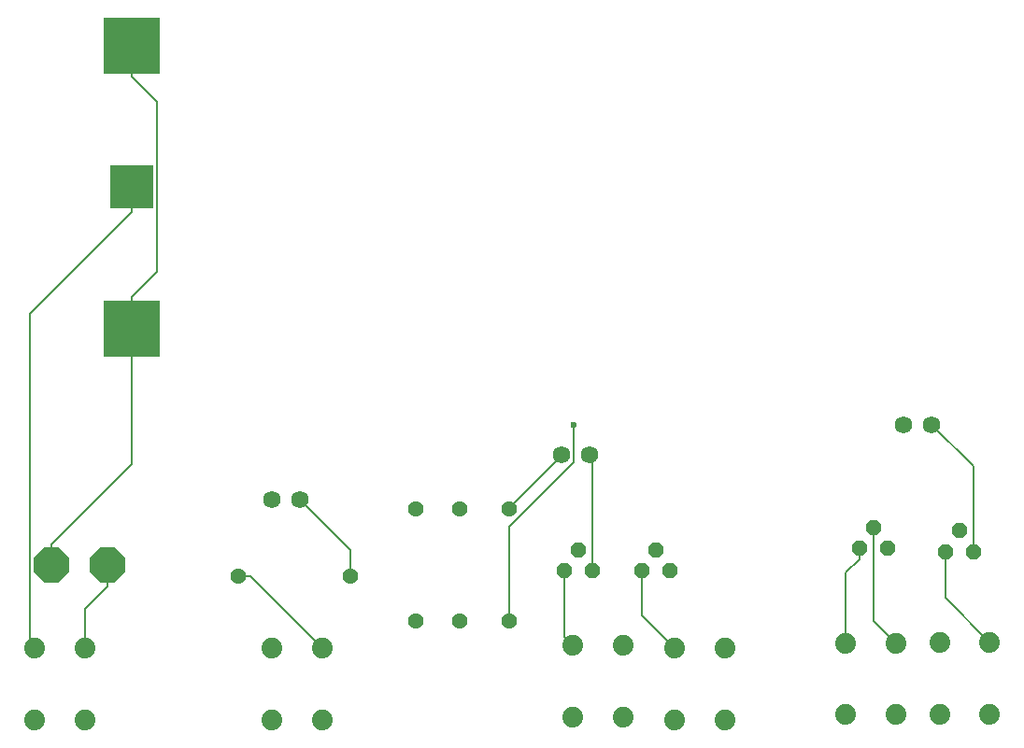
<source format=gbr>
%TF.GenerationSoftware,KiCad,Pcbnew,9.0.1*%
%TF.CreationDate,2025-04-06T15:48:51+05:30*%
%TF.ProjectId,_autosave-solder,5f617574-6f73-4617-9665-2d736f6c6465,rev?*%
%TF.SameCoordinates,Original*%
%TF.FileFunction,Copper,L2,Bot*%
%TF.FilePolarity,Positive*%
%FSLAX46Y46*%
G04 Gerber Fmt 4.6, Leading zero omitted, Abs format (unit mm)*
G04 Created by KiCad (PCBNEW 9.0.1) date 2025-04-06 15:48:51*
%MOMM*%
%LPD*%
G01*
G04 APERTURE LIST*
G04 Aperture macros list*
%AMOutline5P*
0 Free polygon, 5 corners , with rotation*
0 The origin of the aperture is its center*
0 number of corners: always 5*
0 $1 to $10 corner X, Y*
0 $11 Rotation angle, in degrees counterclockwise*
0 create outline with 5 corners*
4,1,5,$1,$2,$3,$4,$5,$6,$7,$8,$9,$10,$1,$2,$11*%
%AMOutline6P*
0 Free polygon, 6 corners , with rotation*
0 The origin of the aperture is its center*
0 number of corners: always 6*
0 $1 to $12 corner X, Y*
0 $13 Rotation angle, in degrees counterclockwise*
0 create outline with 6 corners*
4,1,6,$1,$2,$3,$4,$5,$6,$7,$8,$9,$10,$11,$12,$1,$2,$13*%
%AMOutline7P*
0 Free polygon, 7 corners , with rotation*
0 The origin of the aperture is its center*
0 number of corners: always 7*
0 $1 to $14 corner X, Y*
0 $15 Rotation angle, in degrees counterclockwise*
0 create outline with 7 corners*
4,1,7,$1,$2,$3,$4,$5,$6,$7,$8,$9,$10,$11,$12,$13,$14,$1,$2,$15*%
%AMOutline8P*
0 Free polygon, 8 corners , with rotation*
0 The origin of the aperture is its center*
0 number of corners: always 8*
0 $1 to $16 corner X, Y*
0 $17 Rotation angle, in degrees counterclockwise*
0 create outline with 8 corners*
4,1,8,$1,$2,$3,$4,$5,$6,$7,$8,$9,$10,$11,$12,$13,$14,$15,$16,$1,$2,$17*%
G04 Aperture macros list end*
%TA.AperFunction,ComponentPad*%
%ADD10C,1.879600*%
%TD*%
%TA.AperFunction,ComponentPad*%
%ADD11C,1.430000*%
%TD*%
%TA.AperFunction,ComponentPad*%
%ADD12Outline8P,-0.660400X0.273547X-0.273547X0.660400X0.273547X0.660400X0.660400X0.273547X0.660400X-0.273547X0.273547X-0.660400X-0.273547X-0.660400X-0.660400X-0.273547X0.000000*%
%TD*%
%TA.AperFunction,ComponentPad*%
%ADD13C,1.581000*%
%TD*%
%TA.AperFunction,ComponentPad*%
%ADD14Outline8P,-1.574800X0.652304X-0.652304X1.574800X0.652304X1.574800X1.574800X0.652304X1.574800X-0.652304X0.652304X-1.574800X-0.652304X-1.574800X-1.574800X-0.652304X180.000000*%
%TD*%
%TA.AperFunction,SMDPad,CuDef*%
%ADD15R,3.960000X3.960000*%
%TD*%
%TA.AperFunction,SMDPad,CuDef*%
%ADD16R,5.080000X5.080000*%
%TD*%
%TA.AperFunction,ViaPad*%
%ADD17C,0.600000*%
%TD*%
%TA.AperFunction,Conductor*%
%ADD18C,0.200000*%
%TD*%
G04 APERTURE END LIST*
D10*
%TO.P,S1,1*%
%TO.N,N/C*%
X155000000Y-124000000D03*
%TO.P,S1,2*%
%TO.N,BAT1-*%
X155000000Y-117497600D03*
%TO.P,S1,3*%
%TO.N,N/C*%
X159521200Y-124000000D03*
%TO.P,S1,4*%
%TO.N,S1_4*%
X159521200Y-117497600D03*
%TD*%
%TO.P,S6,1*%
%TO.N,N/C*%
X182239400Y-123751200D03*
%TO.P,S6,2*%
%TO.N,BAT1+*%
X182239400Y-117248800D03*
%TO.P,S6,3*%
%TO.N,N/C*%
X186760600Y-123751200D03*
%TO.P,S6,4*%
%TO.N,S6_4*%
X186760600Y-117248800D03*
%TD*%
D11*
%TO.P,R3,1*%
%TO.N,BAT1-*%
X176500000Y-115000000D03*
%TO.P,R3,2*%
%TO.N,D3_C*%
X176500000Y-104840000D03*
%TD*%
D12*
%TO.P,T4,1*%
%TO.N,BAT1+*%
X188500000Y-110500000D03*
%TO.P,T4,2*%
%TO.N,T4_B*%
X189770000Y-108595000D03*
%TO.P,T4,3*%
%TO.N,D3_A*%
X191040000Y-110500000D03*
%TD*%
D13*
%TO.P,D2,1*%
%TO.N,D2_A*%
X214739400Y-97248800D03*
%TO.P,D2,2*%
%TO.N,BAT1-*%
X212199400Y-97248800D03*
%TD*%
D11*
%TO.P,R1,1*%
%TO.N,S1_4*%
X151920000Y-111000000D03*
%TO.P,R1,2*%
%TO.N,D1_C*%
X162080000Y-111000000D03*
%TD*%
D12*
%TO.P,T3,1*%
%TO.N,BAT1+*%
X181500000Y-110500000D03*
%TO.P,T3,2*%
%TO.N,T3_B*%
X182770000Y-108595000D03*
%TO.P,T3,3*%
%TO.N,D3_A*%
X184040000Y-110500000D03*
%TD*%
D13*
%TO.P,D3,1*%
%TO.N,D3_A*%
X183770000Y-100000000D03*
%TO.P,D3,2*%
%TO.N,D3_C*%
X181230000Y-100000000D03*
%TD*%
D14*
%TO.P,M1,+*%
%TO.N,BAT1+*%
X134960000Y-110000000D03*
%TO.P,M1,-*%
%TO.N,M1_-*%
X140040000Y-110000000D03*
%TD*%
D11*
%TO.P,R5,1*%
%TO.N,S6_4*%
X172000000Y-115080000D03*
%TO.P,R5,2*%
%TO.N,T3_B*%
X172000000Y-104920000D03*
%TD*%
D10*
%TO.P,S7,1*%
%TO.N,N/C*%
X191500000Y-124000000D03*
%TO.P,S7,2*%
%TO.N,BAT1+*%
X191500000Y-117497600D03*
%TO.P,S7,3*%
%TO.N,N/C*%
X196021200Y-124000000D03*
%TO.P,S7,4*%
%TO.N,S7_4*%
X196021200Y-117497600D03*
%TD*%
D12*
%TO.P,T2,1*%
%TO.N,S4_4*%
X215969400Y-108748800D03*
%TO.P,T2,2*%
%TO.N,T1_E*%
X217239400Y-106843800D03*
%TO.P,T2,3*%
%TO.N,D2_A*%
X218509400Y-108748800D03*
%TD*%
D10*
%TO.P,S3,1*%
%TO.N,N/C*%
X206978800Y-123550400D03*
%TO.P,S3,2*%
%TO.N,BAT1+*%
X206978800Y-117048000D03*
%TO.P,S3,3*%
%TO.N,N/C*%
X211500000Y-123550400D03*
%TO.P,S3,4*%
%TO.N,S3_4*%
X211500000Y-117048000D03*
%TD*%
D12*
%TO.P,T1,1*%
%TO.N,BAT1+*%
X208199400Y-108467600D03*
%TO.P,T1,2*%
%TO.N,S3_4*%
X209469400Y-106562600D03*
%TO.P,T1,3*%
%TO.N,T1_E*%
X210739400Y-108467600D03*
%TD*%
D11*
%TO.P,R4,1*%
%TO.N,S7_4*%
X168000000Y-115000000D03*
%TO.P,R4,2*%
%TO.N,T4_B*%
X168000000Y-104840000D03*
%TD*%
D10*
%TO.P,S4,1*%
%TO.N,N/C*%
X215478800Y-123500000D03*
%TO.P,S4,2*%
%TO.N,BAT1+*%
X215478800Y-116997600D03*
%TO.P,S4,3*%
%TO.N,N/C*%
X220000000Y-123500000D03*
%TO.P,S4,4*%
%TO.N,S4_4*%
X220000000Y-116997600D03*
%TD*%
%TO.P,S2,1*%
%TO.N,N/C*%
X133478800Y-124000000D03*
%TO.P,S2,2*%
%TO.N,BAT1-*%
X133478800Y-117497600D03*
%TO.P,S2,3*%
%TO.N,N/C*%
X138000000Y-124000000D03*
%TO.P,S2,4*%
%TO.N,M1_-*%
X138000000Y-117497600D03*
%TD*%
D15*
%TO.P,BAT1,N*%
%TO.N,BAT1-*%
X142300000Y-75675000D03*
D16*
%TO.P,BAT1,P*%
%TO.N,BAT1+*%
X142300000Y-62850000D03*
%TO.P,BAT1,P1*%
X142300000Y-88500000D03*
%TD*%
D13*
%TO.P,D1,1*%
%TO.N,BAT1+*%
X154960000Y-104000000D03*
%TO.P,D1,2*%
%TO.N,D1_C*%
X157500000Y-104000000D03*
%TD*%
D17*
%TO.N,BAT1-*%
X182324700Y-97248800D03*
%TD*%
D18*
%TO.N,D3_A*%
X183770000Y-100000000D02*
X184040000Y-100270000D01*
X184040000Y-100270000D02*
X184040000Y-110500000D01*
%TO.N,D3_C*%
X176500000Y-104730000D02*
X176500000Y-104785000D01*
X176500000Y-104785000D02*
X176500000Y-104840000D01*
X181230000Y-100055000D02*
X181230000Y-100000000D01*
X176500000Y-104785000D02*
X181230000Y-100055000D01*
%TO.N,D2_A*%
X218509400Y-101018800D02*
X218509400Y-108748800D01*
X214739400Y-97248800D02*
X218509400Y-101018800D01*
%TO.N,S4_4*%
X215969400Y-112967000D02*
X220000000Y-116997600D01*
X215969400Y-108748800D02*
X215969400Y-112967000D01*
%TO.N,S3_4*%
X209469400Y-115017400D02*
X211500000Y-117048000D01*
X209469400Y-106562600D02*
X209469400Y-115017400D01*
%TO.N,M1_-*%
X138000000Y-113919500D02*
X138000000Y-117497600D01*
X140040000Y-111879500D02*
X138000000Y-113919500D01*
X140040000Y-110000000D02*
X140040000Y-111879500D01*
%TO.N,BAT1+*%
X181500000Y-116509000D02*
X181869500Y-116879000D01*
X181869500Y-116879000D02*
X182239000Y-117249000D01*
X181869600Y-116879000D02*
X182239400Y-117248800D01*
X181869500Y-116879000D02*
X181869600Y-116879000D01*
X181500000Y-110500000D02*
X181500000Y-116509000D01*
X142300000Y-88500000D02*
X142300000Y-91341700D01*
X144581700Y-83376600D02*
X142300000Y-85658300D01*
X144581700Y-67973400D02*
X144581700Y-83376600D01*
X142300000Y-65691700D02*
X144581700Y-67973400D01*
X142300000Y-62850000D02*
X142300000Y-65691700D01*
X142300000Y-88500000D02*
X142300000Y-85658300D01*
X142300000Y-100780500D02*
X142300000Y-91341700D01*
X134960000Y-108120500D02*
X142300000Y-100780500D01*
X134960000Y-110000000D02*
X134960000Y-108120500D01*
X206978800Y-110651600D02*
X206978800Y-117048000D01*
X208199400Y-109431000D02*
X206978800Y-110651600D01*
X208199400Y-108467600D02*
X208199400Y-109431000D01*
X188500000Y-114497600D02*
X191500000Y-117497600D01*
X188500000Y-110500000D02*
X188500000Y-114497600D01*
%TO.N,BAT1-*%
X133479000Y-117498000D02*
X133280000Y-117299000D01*
X133280000Y-117299000D02*
X133081000Y-117100000D01*
X133280200Y-117299000D02*
X133478800Y-117497600D01*
X133280000Y-117299000D02*
X133280200Y-117299000D01*
X133078400Y-117097400D02*
X133081000Y-117100000D01*
X133078400Y-87178300D02*
X133078400Y-117097400D01*
X142300000Y-77956700D02*
X133078400Y-87178300D01*
X142300000Y-75675000D02*
X142300000Y-77956700D01*
X182324700Y-100686300D02*
X182324700Y-97248800D01*
X176500000Y-106511000D02*
X182324700Y-100686300D01*
X176500000Y-115000000D02*
X176500000Y-106511000D01*
%TO.N,S1_4*%
X153024000Y-111000000D02*
X151920000Y-111000000D01*
X159521200Y-117497200D02*
X159521200Y-117497600D01*
X153024000Y-111000000D02*
X159521200Y-117497200D01*
%TO.N,D1_C*%
X162080000Y-108580000D02*
X162080000Y-111000000D01*
X157500000Y-104000000D02*
X162080000Y-108580000D01*
%TD*%
M02*

</source>
